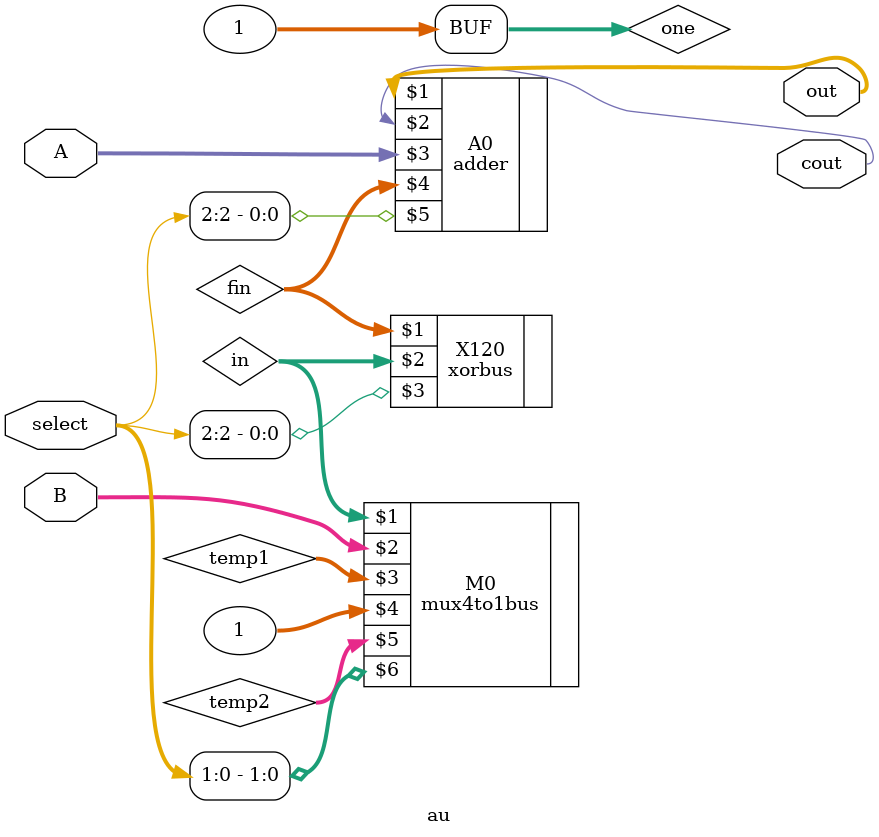
<source format=v>
`timescale 1ns / 1ps
module au(output [31:0]out,output cout,input [31:0]A,input [31:0]B,input [2:0]select);
	wire [31:0]one;
	assign one = 1;
	wire [31:0]temp1;	//reserved for constant location
	wire [31:0]temp2;
	wire [31:0]in;		//to store the value after mux4
	wire [31:0]fin;
	//select[0] is for addition or subtraction
	//select[1] is to diffrentiate between i and not i operations
	//select[2] is differentiate between increment, decrement or add
	mux4to1bus M0(in,B,temp1,one,temp2,select[1:0]);
	xorbus X120(fin,in,select[2]);
	//call the adder on input
	adder A0(out,cout,A,fin,select[2]);
endmodule

</source>
